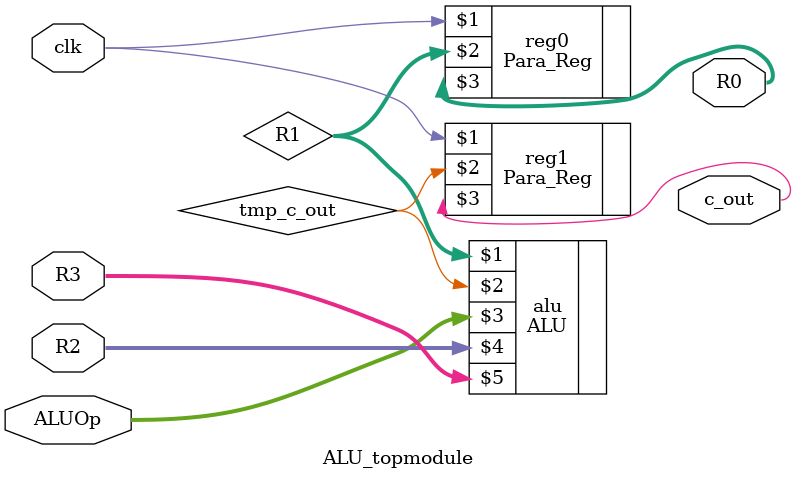
<source format=v>
`timescale 1ns / 1ps
module ALU_topmodule(output [W-1:0] R0,
							output c_out,
							input [2:0] ALUOp,
							input [W-1:0] R2,
							input [W-1:0] R3,
							input clk);
							
	parameter W = 32;
							
	wire [W-1:0] R1;
	wire tmp_c_out;
	
	ALU			#(.W(W))		alu	(R1, tmp_c_out, ALUOp, R2, R3);
	Para_Reg		#(.W(W))		reg0	(clk, R1, R0);
	Para_Reg		#(.W(1))		reg1	(clk, tmp_c_out, c_out);

endmodule

</source>
